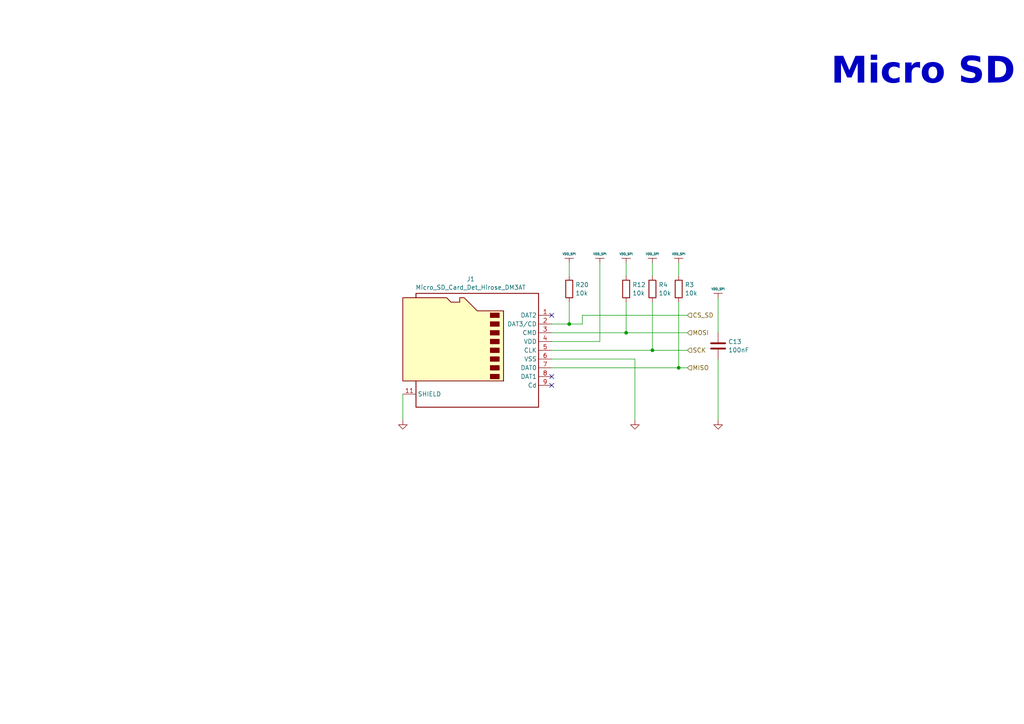
<source format=kicad_sch>
(kicad_sch (version 20231120) (generator "eeschema") (generator_version "8.0")
  (paper "A4")
  (title_block (title "WebScreen Project") (date "2024-11-02") (rev "1.2") (company "HW Media Lab LLC"))
  (lib_symbols
    (symbol "Connector:Micro_SD_Card_Det_Hirose_DM3AT"
      (property "Reference" "J1" (at 0.635 20.6543 0))
      (property "Value" "Micro_SD_Card_Det_Hirose_DM3AT" (at 0.635 18.2301 0))
      (symbol "Micro_SD_Card_Det_Hirose_DM3AT_0_1"
        (rectangle (start -7.62 -6.985) (end -5.08 -8.255) (stroke (width 0.254)) (fill (type outline)))
        (rectangle (start -7.62 -4.445) (end -5.08 -5.715) (stroke (width 0.254)) (fill (type outline)))
        (rectangle (start -7.62 -1.905) (end -5.08 -3.175) (stroke (width 0.254)) (fill (type outline)))
        (rectangle (start -7.62 0.635) (end -5.08 -0.635) (stroke (width 0.254)) (fill (type outline)))
        (rectangle (start -7.62 3.175) (end -5.08 1.905) (stroke (width 0.254)) (fill (type outline)))
        (rectangle (start -7.62 5.715) (end -5.08 4.445) (stroke (width 0.254)) (fill (type outline)))
        (rectangle (start -7.62 8.255) (end -5.08 6.985) (stroke (width 0.254)) (fill (type outline)))
        (rectangle (start -7.62 10.795) (end -5.08 9.525) (stroke (width 0.254)) (fill (type outline)))
        (polyline (pts (xy 16.51 15.24) (xy 16.51 16.51) (xy -19.05 16.51) (xy -19.05 -16.51) (xy 16.51 -16.51) (xy 16.51 -8.89)) (stroke (width 0.254)))
        (polyline (pts (xy -8.89 -8.89) (xy -8.89 11.43) (xy -1.27 11.43) (xy 2.54 15.24) (xy 3.81 15.24) (xy 3.81 13.97) (xy 6.35 13.97) (xy 7.62 15.24) (xy 20.32 15.24) (xy 20.32 -8.89) (xy -8.89 -8.89)) (stroke (width 0.254)) (fill (type background)))
      )
      (symbol "Micro_SD_Card_Det_Hirose_DM3AT_1_1"
        (pin bidirectional line (at -22.86 10.16 0) (length 3.81) (name "DAT2") (number "1"))
        (pin passive line (at 20.32 -12.7 180) (length 3.81) (name "SHIELD") (number "11"))
        (pin bidirectional line (at -22.86 7.62 0) (length 3.81) (name "DAT3/CD") (number "2"))
        (pin input line (at -22.86 5.08 0) (length 3.81) (name "CMD") (number "3"))
        (pin power_in line (at -22.86 2.54 0) (length 3.81) (name "VDD") (number "4"))
        (pin input line (at -22.86 0 0) (length 3.81) (name "CLK") (number "5"))
        (pin power_in line (at -22.86 -2.54 0) (length 3.81) (name "VSS") (number "6"))
        (pin bidirectional line (at -22.86 -5.08 0) (length 3.81) (name "DAT0") (number "7"))
        (pin bidirectional line (at -22.86 -7.62 0) (length 3.81) (name "DAT1") (number "8"))
        (pin bidirectional line (at -22.86 -10.16 0) (length 3.81) (name "Cd") (number "9"))
      )
    )
    (symbol "Device:C" (pin_numbers hide) (pin_names (offset 0.254))
      (property "Reference" "C" (at 0.635 2.54 0))
      (property "Value" "C" (at 0.635 -2.54 0))
      (symbol "C_0_1"
        (polyline (pts (xy -2.032 -0.762) (xy 2.032 -0.762)) (stroke (width 0.508)))
        (polyline (pts (xy -2.032 0.762) (xy 2.032 0.762)) (stroke (width 0.508)))
      )
      (symbol "C_1_1"
        (pin passive line (at 0 3.81 270) (length 2.794) (name "~") (number "1"))
        (pin passive line (at 0 -3.81 90) (length 2.794) (name "~") (number "2"))
      )
    )
    (symbol "Device:R" (pin_numbers hide) (pin_names (offset 0))
      (property "Reference" "R" (at 2.032 0 90))
      (property "Value" "R" (at 0 0 90))
      (symbol "R_0_1"
        (rectangle (start -1.016 -2.54) (end 1.016 2.54) (stroke (width 0.254)))
      )
      (symbol "R_1_1"
        (pin passive line (at 0 3.81 270) (length 1.27) (name "~") (number "1"))
        (pin passive line (at 0 -3.81 90) (length 1.27) (name "~") (number "2"))
      )
    )
    (symbol "power:+4V" (power) (pin_names (offset 0))
      (property "Value" "VDD SPI" (at 0 2.54 0))
      (symbol "+4V_0_1"
        (polyline (pts (xy -1.27 1.27) (xy 1.27 1.27)))
        (polyline (pts (xy 0 0) (xy 0 1.27)))
      )
      (symbol "+4V_1_1"
        (pin power_in line (at 0 0 90) (length 0) hide (name "+4V") (number "1"))
      )
    )
    (symbol "power:GND" (power) (pin_names (offset 0))
      (property "Value" "GND" (at 0 -3.81 0))
      (symbol "GND_0_1"
        (polyline (pts (xy 0 0) (xy 0 -1.27) (xy 1.27 -1.27) (xy 0 -2.54) (xy -1.27 -1.27) (xy 0 -1.27)))
      )
      (symbol "GND_1_1"
        (pin power_in line (at 0 0 270) (length 0) hide (name "GND") (number "1"))
      )
    )
  )
  (junction (at 189.23 101.6))
  (junction (at 165.1 93.98))
  (junction (at 196.85 106.68))
  (junction (at 181.61 96.52))
  (no_connect (at 160.02 91.44))
  (no_connect (at 160.02 111.76))
  (no_connect (at 160.02 109.22))
  (wire (pts (xy 208.28 104.14) (xy 208.28 121.92)))
  (wire (pts (xy 160.02 96.52) (xy 181.61 96.52)))
  (wire (pts (xy 208.28 86.36) (xy 208.28 96.52)))
  (wire (pts (xy 181.61 87.63) (xy 181.61 96.52)))
  (wire (pts (xy 165.1 87.63) (xy 165.1 93.98)))
  (wire (pts (xy 196.85 106.68) (xy 199.39 106.68)))
  (wire (pts (xy 184.15 104.14) (xy 184.15 121.92)))
  (wire (pts (xy 116.84 114.3) (xy 116.84 121.92)))
  (wire (pts (xy 181.61 76.2) (xy 181.61 80.01)))
  (wire (pts (xy 160.02 101.6) (xy 189.23 101.6)))
  (wire (pts (xy 160.02 104.14) (xy 184.15 104.14)))
  (wire (pts (xy 189.23 76.2) (xy 189.23 80.01)))
  (wire (pts (xy 168.91 93.98) (xy 168.91 91.44)))
  (wire (pts (xy 168.91 91.44) (xy 199.39 91.44)))
  (wire (pts (xy 196.85 87.63) (xy 196.85 106.68)))
  (wire (pts (xy 189.23 101.6) (xy 199.39 101.6)))
  (wire (pts (xy 160.02 106.68) (xy 196.85 106.68)))
  (wire (pts (xy 160.02 93.98) (xy 165.1 93.98)))
  (wire (pts (xy 165.1 93.98) (xy 168.91 93.98)))
  (wire (pts (xy 196.85 76.2) (xy 196.85 80.01)))
  (wire (pts (xy 173.99 76.2) (xy 173.99 99.06)))
  (wire (pts (xy 160.02 99.06) (xy 173.99 99.06)))
  (wire (pts (xy 189.23 87.63) (xy 189.23 101.6)))
  (wire (pts (xy 165.1 76.2) (xy 165.1 80.01)))
  (wire (pts (xy 181.61 96.52) (xy 199.39 96.52)))
  (text "Micro SD" (at 241.046 27.432 0) (effects (font (size 7.62 7.62) (thickness 0.254) (bold yes)) (justify left bottom)))
  (hierarchical_label "SCK" (shape input) (at 199.39 101.6 0))
  (hierarchical_label "CS_SD" (shape input) (at 199.39 91.44 0))
  (hierarchical_label "MISO" (shape input) (at 199.39 106.68 0))
  (hierarchical_label "MOSI" (shape input) (at 199.39 96.52 0))
  (symbol (lib_id "Device:R") (at 165.1 83.82 0) (unit 1)
    (property "Reference" "R20" (at 166.878 82.6079 0) (effects (justify left)))
    (property "Value" "10k" (at 166.878 85.0321 0) (effects (justify left)))
    (property "Footprint" "Resistor_SMD:R_0402_1005Metric" (effects (hide yes)))
    (property "Datasheet" "https://www.lcsc.com/datasheet/lcsc_datasheet_2205311845_UNI-ROYAL-Uniroyal-Elec-0402WGJ0103TCE_C25531.pdf" (effects (hide yes)))
    (property "MPN" "0402WGJ0103TCE" (effects (hide yes)))
    (property "LCSC Part #" "C25531" (effects (hide yes)))
    (property "BOM" "62.5mW Thick Film Resistors 50V ±100ppm/℃ ±5% 10kΩ 0402 Chip Resistor - Surface Mount ROHS" (effects (hide yes)))
  )
  (symbol (lib_id "Device:R") (at 196.85 83.82 0) (unit 1)
    (property "Reference" "R3" (at 198.628 82.6079 0) (effects (justify left)))
    (property "Value" "10k" (at 198.628 85.0321 0) (effects (justify left)))
    (property "Footprint" "Resistor_SMD:R_0402_1005Metric" (effects (hide yes)))
    (property "Datasheet" "https://www.lcsc.com/datasheet/lcsc_datasheet_2205311845_UNI-ROYAL-Uniroyal-Elec-0402WGJ0103TCE_C25531.pdf" (effects (hide yes)))
    (property "MPN" "0402WGJ0103TCE" (effects (hide yes)))
    (property "LCSC Part #" "C25531" (effects (hide yes)))
    (property "BOM" "62.5mW Thick Film Resistors 50V ±100ppm/℃ ±5% 10kΩ 0402 Chip Resistor - Surface Mount ROHS" (effects (hide yes)))
  )
  (symbol (lib_id "Device:R") (at 181.61 83.82 0) (unit 1)
    (property "Reference" "R12" (at 183.388 82.6079 0) (effects (justify left)))
    (property "Value" "10k" (at 183.388 85.0321 0) (effects (justify left)))
    (property "Footprint" "Resistor_SMD:R_0402_1005Metric" (effects (hide yes)))
    (property "Datasheet" "https://www.lcsc.com/datasheet/lcsc_datasheet_2205311845_UNI-ROYAL-Uniroyal-Elec-0402WGJ0103TCE_C25531.pdf" (effects (hide yes)))
    (property "MPN" "0402WGJ0103TCE" (effects (hide yes)))
    (property "LCSC Part #" "C25531" (effects (hide yes)))
    (property "BOM" "62.5mW Thick Film Resistors 50V ±100ppm/℃ ±5% 10kΩ 0402 Chip Resistor - Surface Mount ROHS" (effects (hide yes)))
  )
  (symbol (lib_id "power:+4V") (at 181.61 76.2 0) (unit 1)
    (property "Reference" "#PWR074" (effects (hide yes)))
    (property "Value" "VDD_SPI" (at 181.61 73.66 0) (effects (font (size 0.635 0.635))))
  )
  (symbol (lib_id "Device:R") (at 189.23 83.82 0) (unit 1)
    (property "Reference" "R4" (at 191.008 82.6079 0) (effects (justify left)))
    (property "Value" "10k" (at 191.008 85.0321 0) (effects (justify left)))
    (property "Footprint" "Resistor_SMD:R_0402_1005Metric" (effects (hide yes)))
    (property "Datasheet" "https://www.lcsc.com/datasheet/lcsc_datasheet_2205311845_UNI-ROYAL-Uniroyal-Elec-0402WGJ0103TCE_C25531.pdf" (effects (hide yes)))
    (property "MPN" "0402WGJ0103TCE" (effects (hide yes)))
    (property "LCSC Part #" "C25531" (effects (hide yes)))
    (property "BOM" "62.5mW Thick Film Resistors 50V ±100ppm/℃ ±5% 10kΩ 0402 Chip Resistor - Surface Mount ROHS" (effects (hide yes)))
  )
  (symbol (lib_id "power:+4V") (at 189.23 76.2 0) (unit 1)
    (property "Reference" "#PWR035" (effects (hide yes)))
    (property "Value" "VDD_SPI" (at 189.23 73.66 0) (effects (font (size 0.635 0.635))))
  )
  (symbol (lib_id "power:+4V") (at 196.85 76.2 0) (unit 1)
    (property "Reference" "#PWR050" (effects (hide yes)))
    (property "Value" "VDD_SPI" (at 196.85 73.66 0) (effects (font (size 0.635 0.635))))
  )
  (symbol (lib_id "power:+4V") (at 173.99 76.2 0) (unit 1)
    (property "Reference" "#PWR024" (effects (hide yes)))
    (property "Value" "VDD_SPI" (at 173.99 73.66 0) (effects (font (size 0.635 0.635))))
  )
  (symbol (lib_id "power:+4V") (at 165.1 76.2 0) (unit 1)
    (property "Reference" "#PWR043" (effects (hide yes)))
    (property "Value" "VDD_SPI" (at 165.1 73.66 0) (effects (font (size 0.635 0.635))))
  )
  (symbol (lib_id "Device:C") (at 208.28 100.33 0) (unit 1)
    (property "Reference" "C13" (at 211.201 99.1179 0) (effects (justify left)))
    (property "Value" "100nF" (at 211.201 101.5421 0) (effects (justify left)))
    (property "Footprint" "Capacitor_SMD:C_0402_1005Metric_Pad0.74x0.62mm_HandSolder" (effects (hide yes)))
    (property "Datasheet" "https://www.lcsc.com/datasheet/lcsc_datasheet_2208251730_TDK-CGA2B3X7R1V104KT0Y0F_C343047.pdf" (effects (hide yes)))
    (property "MPN" "CGA2B3X7R1V104KT0Y0F" (effects (hide yes)))
    (property "LCSC Part #" "C343047" (effects (hide yes)))
    (property "BOM" "35V 100nF X7R ±10% 0402 Multilayer Ceramic Capacitors MLCC - SMD/SMT ROHS" (effects (hide yes)))
  )
  (symbol (lib_id "power:GND") (at 184.15 121.92 0) (unit 1)
    (property "Reference" "#PWR025" (effects (hide yes)))
    (property "Value" "GND" (effects (hide yes)))
  )
  (symbol (lib_id "power:GND") (at 208.28 121.92 0) (unit 1)
    (property "Reference" "#PWR053" (effects (hide yes)))
    (property "Value" "GND" (effects (hide yes)))
  )
  (symbol (lib_id "Connector:Micro_SD_Card_Det_Hirose_DM3AT") (at 137.16 101.6 0) (mirror y) (unit 1)
    (property "Reference" "J1" (at 136.525 80.9457 0))
    (property "Value" "Micro_SD_Card_Det_Hirose_DM3AT" (at 136.525 83.3699 0))
    (property "Footprint" "smd-non-ipc:TF PUSH" (effects (hide yes)))
    (property "Datasheet" "https://www.lcsc.com/datasheet/lcsc_datasheet_1912111437_SHOU-HAN-TF-PUSH_C393941.pdf" (effects (hide yes)))
    (property "LCSC Part #" "C393941" (effects (hide yes)))
    (property "MPN" "TF PUSH" (effects (hide yes)))
    (property "BOM" "-20℃~+90℃ 2mm Deck MicroSD card (TF card) Self bomb SMD SD Card / Memory Card Connector ROHS" (effects (hide yes)))
  )
  (symbol (lib_id "power:GND") (at 116.84 121.92 0) (unit 1)
    (property "Reference" "#PWR023" (effects (hide yes)))
    (property "Value" "GND" (effects (hide yes)))
  )
  (symbol (lib_id "power:+4V") (at 208.28 86.36 0) (unit 1)
    (property "Reference" "#PWR051" (effects (hide yes)))
    (property "Value" "VDD_SPI" (at 208.28 83.82 0) (effects (font (size 0.635 0.635))))
  )
)
</source>
